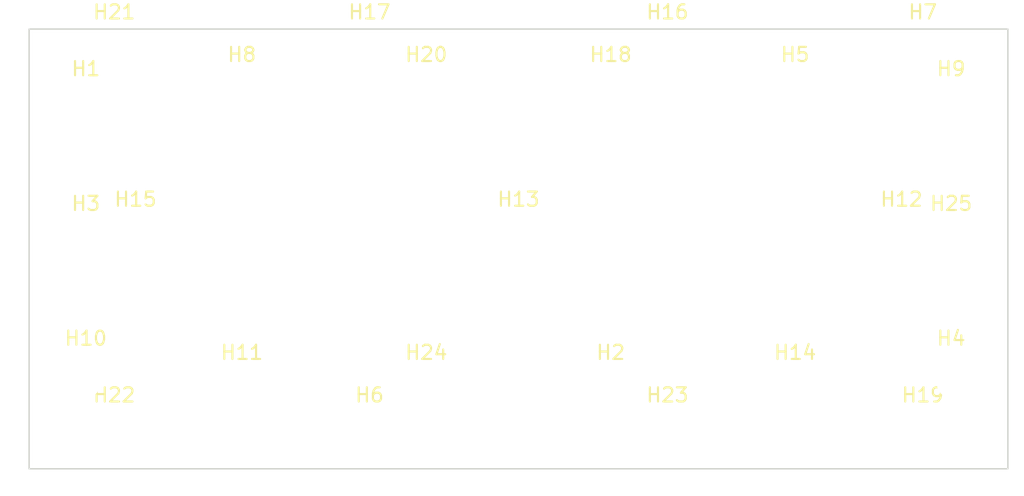
<source format=kicad_pcb>
(kicad_pcb (version 20211014) (generator pcbnew)
  (layers (0 "F.Cu" signal) (31 "B.Cu" signal) (34 "B.Paste" user) (35 "F.Paste" user) (36 "B.SilkS" user "B.Silkscreen") (37 "F.SilkS" user "F.Silkscreen") (38 "B.Mask" user) (39 "F.Mask" user) (44 "Edge.Cuts" user))
  (net 0 "")
  (footprint "MountingHole:MountingHole_2mm" (layer "F.Cu") (at 80.5 110.5)
    (fp_text reference "H11" (at 0 -3.2) (layer "F.SilkS"))
    (fp_text value "MountingHole")
    (pad "" np_thru_hole circle (at 0 0) (size 2 2) (drill 2) (layers *.Cu *.Mask))
  )
  (footprint "MountingHole:MountingHole_2mm" (layer "F.Cu") (at 93.5 89.5)
    (fp_text reference "H20" (at 0 -3.2) (layer "F.SilkS"))
    (fp_text value "MountingHole")
    (pad "" np_thru_hole circle (at 0 0) (size 2 2) (drill 2) (layers *.Cu *.Mask))
  )
  (footprint "MountingHole:MountingHole_2mm" (layer "F.Cu") (at 80.5 89.5)
    (fp_text reference "H8" (at 0 -3.2) (layer "F.SilkS"))
    (fp_text value "MountingHole")
    (pad "" np_thru_hole circle (at 0 0) (size 2 2) (drill 2) (layers *.Cu *.Mask))
  )
  (footprint "MountingHole:MountingHole_2mm" (layer "F.Cu") (at 130.5 109.5)
    (fp_text reference "H4" (at 0 -3.2) (layer "F.SilkS"))
    (fp_text value "MountingHole")
    (pad "" np_thru_hole circle (at 0 0) (size 2 2) (drill 2) (layers *.Cu *.Mask))
  )
  (footprint "MountingHole:MountingHole_2mm" (layer "F.Cu") (at 106.5 89.5)
    (fp_text reference "H18" (at 0 -3.2) (layer "F.SilkS"))
    (fp_text value "MountingHole")
    (pad "" np_thru_hole circle (at 0 0) (size 2 2) (drill 2) (layers F&B.Cu *.Mask))
  )
  (footprint "MountingHole:MountingHole_2mm" (layer "F.Cu") (at 119.5 89.5)
    (fp_text reference "H5" (at 0 -3.2) (layer "F.SilkS"))
    (fp_text value "MountingHole")
    (pad "" np_thru_hole circle (at 0 0) (size 2 2) (drill 2) (layers *.Cu *.Mask))
  )
  (footprint "MountingHole:MountingHole_2mm" (layer "F.Cu") (at 71.5 86.5)
    (fp_text reference "H21" (at 0 -3.2) (layer "F.SilkS"))
    (fp_text value "MountingHole")
    (pad "" np_thru_hole circle (at 0 0) (size 2 2) (drill 2) (layers *.Cu *.Mask))
  )
  (footprint "MountingHole:MountingHole_2mm" (layer "F.Cu") (at 110.5 113.5)
    (fp_text reference "H23" (at 0 -3.2) (layer "F.SilkS"))
    (fp_text value "MountingHole")
    (pad "" np_thru_hole circle (at 0 0) (size 2 2) (drill 2) (layers *.Cu *.Mask))
  )
  (footprint "MountingHole:MountingHole_2mm" (layer "F.Cu") (at 69.5 109.5)
    (fp_text reference "H10" (at 0 -3.2) (layer "F.SilkS"))
    (fp_text value "MountingHole")
    (pad "" np_thru_hole circle (at 0 0) (size 2 2) (drill 2) (layers *.Cu *.Mask))
  )
  (footprint "MountingHole:MountingHole_2mm" (layer "F.Cu") (at 130.5 90.5)
    (fp_text reference "H9" (at 0 -3.2) (layer "F.SilkS"))
    (fp_text value "MountingHole")
    (pad "" np_thru_hole circle (at 0 0) (size 2 2) (drill 2) (layers *.Cu *.Mask))
  )
  (footprint "MountingHole:MountingHole_2.5mm" (layer "F.Cu") (at 73 100)
    (fp_text reference "H15" (at 0 -3.5) (layer "F.SilkS"))
    (fp_text value "MountingHole")
    (pad "" np_thru_hole circle (at 0 0) (size 2.5 2.5) (drill 2.5) (layers *.Cu *.Mask))
  )
  (footprint "MountingHole:MountingHole_2mm" (layer "F.Cu") (at 128.5 113.5)
    (fp_text reference "H19" (at 0 -3.2) (layer "F.SilkS"))
    (fp_text value "MountingHole")
    (pad "" np_thru_hole circle (at 0 0) (size 2 2) (drill 2) (layers *.Cu *.Mask))
  )
  (footprint "MountingHole:MountingHole_2mm" (layer "F.Cu") (at 69.5 100)
    (fp_text reference "H3" (at 0 -3.2) (layer "F.SilkS"))
    (fp_text value "MountingHole")
    (pad "" np_thru_hole circle (at 0 0) (size 2 2) (drill 2) (layers *.Cu *.Mask))
  )
  (footprint "MountingHole:MountingHole_2mm" (layer "F.Cu") (at 128.5 86.5)
    (fp_text reference "H7" (at 0 -3.2) (layer "F.SilkS"))
    (fp_text value "MountingHole")
    (pad "" np_thru_hole circle (at 0 0) (size 2 2) (drill 2) (layers *.Cu *.Mask))
  )
  (footprint "MountingHole:MountingHole_2mm" (layer "F.Cu") (at 110.5 86.5)
    (fp_text reference "H16" (at 0 -3.2) (layer "F.SilkS"))
    (fp_text value "MountingHole")
    (pad "" np_thru_hole circle (at 0 0) (size 2 2) (drill 2) (layers *.Cu *.Mask))
  )
  (footprint "MountingHole:MountingHole_2mm" (layer "F.Cu") (at 93.5 110.5)
    (fp_text reference "H24" (at 0 -3.2) (layer "F.SilkS"))
    (fp_text value "MountingHole")
    (pad "" np_thru_hole circle (at 0 0) (size 2 2) (drill 2) (layers *.Cu *.Mask))
  )
  (footprint "MountingHole:MountingHole_2mm" (layer "F.Cu") (at 130.5 100)
    (fp_text reference "H25" (at 0 -3.2) (layer "F.SilkS"))
    (fp_text value "MountingHole")
    (pad "" np_thru_hole circle (at 0 0) (size 2 2) (drill 2) (layers *.Cu *.Mask))
  )
  (footprint "MountingHole:MountingHole_2.5mm" (layer "F.Cu") (at 127 100)
    (fp_text reference "H12" (at 0 -3.5) (layer "F.SilkS"))
    (fp_text value "MountingHole")
    (pad "" np_thru_hole circle (at 0 0) (size 2.5 2.5) (drill 2.5) (layers *.Cu *.Mask))
  )
  (footprint "MountingHole:MountingHole_2mm" (layer "F.Cu") (at 89.5 113.5)
    (fp_text reference "H6" (at 0 -3.2) (layer "F.SilkS"))
    (fp_text value "MountingHole")
    (pad "" np_thru_hole circle (at 0 0) (size 2 2) (drill 2) (layers *.Cu *.Mask))
  )
  (footprint "MountingHole:MountingHole_2mm" (layer "F.Cu") (at 119.5 110.5)
    (fp_text reference "H14" (at 0 -3.2) (layer "F.SilkS"))
    (fp_text value "MountingHole")
    (pad "" np_thru_hole circle (at 0 0) (size 2 2) (drill 2) (layers *.Cu *.Mask))
  )
  (footprint "MountingHole:MountingHole_2.5mm" (layer "F.Cu") (at 100 100)
    (fp_text reference "H13" (at 0 -3.5) (layer "F.SilkS"))
    (fp_text value "MountingHole")
    (pad "" np_thru_hole circle (at 0 0) (size 2.5 2.5) (drill 2.5) (layers *.Cu *.Mask))
  )
  (footprint "MountingHole:MountingHole_2mm" (layer "F.Cu") (at 106.5 110.5)
    (fp_text reference "H2" (at 0 -3.2) (layer "F.SilkS"))
    (fp_text value "MountingHole")
    (pad "" np_thru_hole circle (at 0 0) (size 2 2) (drill 2) (layers F&B.Cu *.Mask))
  )
  (footprint "MountingHole:MountingHole_2mm" (layer "F.Cu") (at 69.5 90.5)
    (fp_text reference "H1" (at 0 -3.2) (layer "F.SilkS"))
    (fp_text value "MountingHole")
    (pad "" np_thru_hole circle (at 0 0) (size 2 2) (drill 2) (layers *.Cu *.Mask))
  )
  (footprint "MountingHole:MountingHole_2mm" (layer "F.Cu") (at 89.5 86.5)
    (fp_text reference "H17" (at 0 -3.2) (layer "F.SilkS"))
    (fp_text value "MountingHole")
    (pad "" np_thru_hole circle (at 0 0) (size 2 2) (drill 2) (layers *.Cu *.Mask))
  )
  (footprint "MountingHole:MountingHole_2mm" (layer "F.Cu") (at 71.5 113.5)
    (fp_text reference "H22" (at 0 -3.2) (layer "F.SilkS"))
    (fp_text value "MountingHole")
    (pad "" np_thru_hole circle (at 0 0) (size 2 2) (drill 2) (layers *.Cu *.Mask))
  )
  (gr_rect (start 65.5 115.5) (end 134.5 84.5) (layer "Edge.Cuts") (width 0.1) (fill none))
)
</source>
